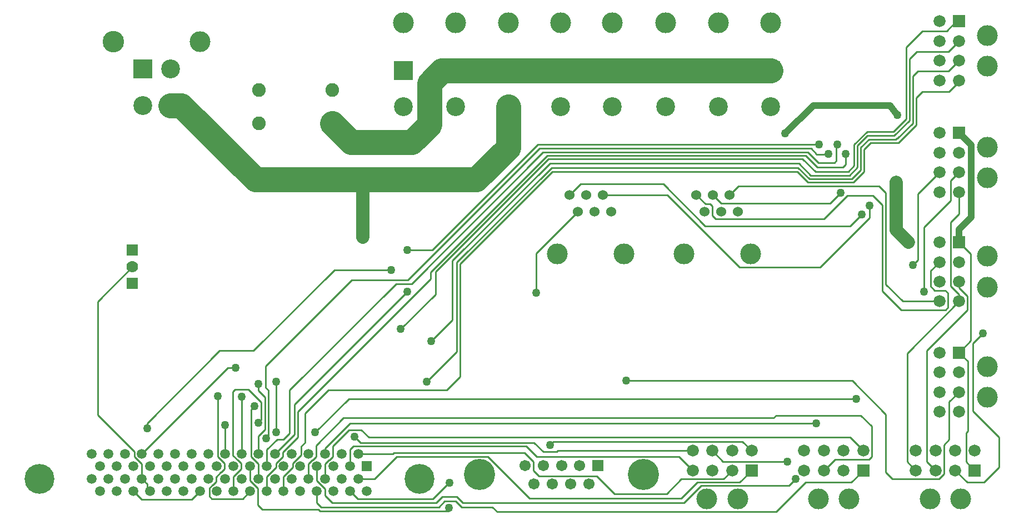
<source format=gbl>
%FSLAX23Y23*%
%MOIN*%
G70*
G01*
G75*
G04 Layer_Physical_Order=2*
%ADD10R,0.060X0.650*%
%ADD11R,1.000X0.320*%
%ADD12R,0.070X0.070*%
%ADD13R,0.063X0.071*%
%ADD14R,0.030X0.045*%
%ADD15R,0.090X0.170*%
%ADD16C,0.040*%
%ADD17C,0.010*%
%ADD18C,0.080*%
%ADD19C,0.150*%
%ADD20C,0.060*%
%ADD21C,0.050*%
%ADD22C,0.072*%
%ADD23C,0.070*%
%ADD24C,0.059*%
%ADD25C,0.059*%
%ADD26C,0.179*%
%ADD27R,0.059X0.059*%
%ADD28C,0.067*%
%ADD29C,0.067*%
%ADD30R,0.067X0.067*%
%ADD31C,0.187*%
%ADD32C,0.187*%
%ADD33C,0.060*%
%ADD34R,0.072X0.072*%
%ADD35R,0.113X0.113*%
%ADD36C,0.082*%
%ADD37C,0.113*%
%ADD38C,0.125*%
%ADD39C,0.129*%
%ADD40C,0.050*%
D12*
X-920Y2800D02*
D03*
Y3000D02*
D03*
D16*
X2995Y3700D02*
X3165Y3867D01*
X4040Y3703D02*
X4112Y3631D01*
X4040Y3047D02*
Y3125D01*
X3165Y3867D02*
X3626D01*
X3667Y3814D01*
X4040Y3125D02*
X4112Y3197D01*
Y3631D01*
D17*
X4123Y2440D02*
X4184Y2501D01*
X3667Y3814D02*
X3669Y3812D01*
X4016Y1679D02*
X4089Y1606D01*
X4123Y2035D02*
Y2440D01*
Y2035D02*
X4280Y1878D01*
Y1698D02*
Y1878D01*
X4188Y1606D02*
X4280Y1698D01*
X4089Y1606D02*
X4188D01*
X691Y2526D02*
X899Y2734D01*
X293Y2882D02*
X632D01*
X-832Y1930D02*
Y1960D01*
X-396Y2396D01*
X-193D01*
X293Y2882D01*
X899Y2871D02*
X1576Y3548D01*
X899Y2734D02*
Y2871D01*
X-213Y1616D02*
Y1704D01*
X979Y1434D02*
Y1454D01*
X205Y1434D02*
X979D01*
X-168Y1471D02*
X-141Y1444D01*
X195D01*
X3393Y1606D02*
X3465Y1679D01*
X1020Y1495D02*
X1056Y1459D01*
X918D02*
X954Y1495D01*
X187Y1484D02*
Y1554D01*
X1056Y1459D02*
X1240D01*
X212D02*
X918D01*
X954Y1495D02*
X1020D01*
X3020Y1587D02*
X3060Y1627D01*
X1026Y1522D02*
X1064Y1484D01*
X187Y1616D02*
Y1704D01*
X902Y1484D02*
X940Y1522D01*
X1064Y1484D02*
X2390D01*
X280D02*
X902D01*
X940Y1522D02*
X1026D01*
X979Y1604D02*
X982D01*
X883Y1508D02*
X979Y1604D01*
X432Y1508D02*
X883D01*
X387Y1554D02*
X432Y1508D01*
X195Y1444D02*
X205Y1434D01*
X1240Y1459D02*
X1268Y1431D01*
X187Y1484D02*
X212Y1459D01*
X1268Y1431D02*
X2943D01*
X2741Y1852D02*
X2796Y1797D01*
X1585Y1830D02*
X1607Y1852D01*
X873Y2455D02*
X999Y2581D01*
X-347Y2294D02*
X-302D01*
X-863Y1779D02*
X-347Y2294D01*
X999Y2581D02*
Y2936D01*
X1585Y3522D01*
X845Y2211D02*
X1026Y2392D01*
Y2922D01*
X1027Y2923D01*
X-57Y1908D02*
Y2211D01*
X4040Y3047D02*
X4111Y2976D01*
X4040Y2385D02*
X4111Y2456D01*
X4040Y2385D02*
X4092Y2333D01*
X4083Y1730D02*
X4134Y1679D01*
X1504Y2982D02*
X1754Y3232D01*
X1504Y2743D02*
Y2982D01*
X-830Y1554D02*
Y1596D01*
Y1554D02*
X-813D01*
X-863Y1629D02*
X-830Y1596D01*
X-1128Y2692D02*
X-920Y2900D01*
X-863Y1629D02*
Y1717D01*
X3267Y3282D02*
X3329Y3344D01*
X2564Y3332D02*
X2614Y3282D01*
X-563Y1504D02*
X-513Y1554D01*
X-913D02*
X-863Y1504D01*
X2626Y1627D02*
X2678Y1679D01*
X437Y1779D02*
X644D01*
X2358Y1762D02*
X2442Y1679D01*
X387Y1704D02*
Y1803D01*
Y1961D02*
X3183D01*
X237Y1779D02*
Y1811D01*
X4038Y4136D02*
X4040D01*
X3199Y3634D02*
X3200Y3635D01*
X729Y3000D02*
X878D01*
X53Y2075D02*
X729Y2751D01*
X-63Y1779D02*
X53Y1895D01*
X3304Y3628D02*
X3310Y3634D01*
X-113Y1704D02*
Y1803D01*
X3981Y2090D02*
X4040Y2149D01*
X2044Y2217D02*
X3398D01*
X-163Y2156D02*
Y2196D01*
X-163Y1779D02*
Y1884D01*
X-263Y1779D02*
Y2121D01*
X2624Y1732D02*
X3009D01*
X2560Y1797D02*
X2624Y1732D01*
X-363Y1779D02*
Y1950D01*
X4023Y4373D02*
X4040D01*
X4038Y4254D02*
X4040D01*
X2724Y1607D02*
X2796Y1679D01*
X437Y1629D02*
X533D01*
X3385Y1877D02*
X3465Y1797D01*
X237Y1629D02*
Y1717D01*
X3229Y1679D02*
X3295Y1745D01*
X137Y1629D02*
Y1717D01*
X4040Y4011D02*
Y4018D01*
X-13Y1554D02*
Y1642D01*
X3252Y3574D02*
X3255Y3577D01*
X-118Y1870D02*
X-103Y1885D01*
X3359Y3514D02*
Y3577D01*
X-113Y1554D02*
Y1642D01*
X-163Y1629D02*
Y1717D01*
X-208Y2045D02*
X-188Y2065D01*
X-258Y1508D02*
X-213Y1554D01*
X-408Y1761D02*
Y2125D01*
X378Y2107D02*
X3423D01*
X177Y1906D02*
X378Y2107D01*
X-163Y1965D02*
X-148Y1980D01*
X1632Y1797D02*
X2442D01*
X413Y1882D02*
X450Y1845D01*
X-313Y1554D02*
Y1642D01*
X4040Y3218D02*
Y3349D01*
X4040Y2693D02*
Y2733D01*
X3729Y2382D02*
X4040Y2693D01*
X3729Y1730D02*
X3780Y1679D01*
X3989Y3416D02*
X4040Y3467D01*
X4040Y2774D02*
Y2811D01*
X3830Y2752D02*
Y3137D01*
X3847Y1730D02*
X3898Y1679D01*
X3870Y2877D02*
X3922Y2929D01*
X2464Y3332D02*
X2519Y3277D01*
X3702Y2693D02*
X3922D01*
X2664Y3332D02*
X2717Y3385D01*
X1704Y3332D02*
X1768Y3396D01*
X3387Y3145D02*
X3457Y3215D01*
X3792Y3337D02*
X3922Y3467D01*
X3764Y2912D02*
X3792Y2940D01*
X3503Y3195D02*
Y3269D01*
X1904Y3332D02*
X2291D01*
X4111Y2456D02*
Y2976D01*
X387Y1803D02*
X407Y1823D01*
X1444D01*
X1505Y1762D01*
X2358D01*
X237Y1811D02*
X387Y1961D01*
X53Y1895D02*
Y2075D01*
X755Y2799D02*
X1544Y3588D01*
X662Y2799D02*
X755D01*
X24Y2161D02*
X662Y2799D01*
X24Y1901D02*
Y2161D01*
X-13Y1864D02*
X24Y1901D01*
X-52Y1864D02*
X-13D01*
X-113Y1803D02*
X-52Y1864D01*
X-163Y1884D02*
X-123Y1923D01*
Y2116D01*
X-163Y2156D02*
X-123Y2116D01*
X3398Y2217D02*
X3600Y2015D01*
Y1667D02*
Y2015D01*
Y1667D02*
X3640Y1627D01*
X3920D01*
X3950Y1657D01*
Y1832D01*
X3981Y1863D01*
Y2090D01*
X1607Y1852D02*
X2741D01*
X137Y1717D02*
X161Y1741D01*
X162D01*
X183Y1762D01*
Y1829D01*
X347Y1993D01*
X2927D01*
X2943Y2009D01*
X3451D01*
X3517Y1943D01*
Y1762D02*
Y1943D01*
X3500Y1745D02*
X3517Y1762D01*
X3295Y1745D02*
X3500D01*
X-113Y1642D02*
X-88Y1666D01*
X-87D01*
X-58Y1696D01*
Y1722D01*
X-38Y1741D01*
X-37D01*
X-18Y1761D01*
Y1787D01*
X73Y1878D01*
Y2032D01*
X868Y2827D01*
Y2868D01*
X1568Y3568D01*
X1625Y1790D02*
X1632Y1797D01*
X1545Y1790D02*
X1625D01*
X1490Y1845D02*
X1545Y1790D01*
X450Y1845D02*
X1490D01*
X-148Y1980D02*
Y2088D01*
X-225Y2165D02*
X-148Y2088D01*
X-303Y2165D02*
X-225D01*
X-316Y2152D02*
X-303Y2165D01*
X-316Y1769D02*
Y2152D01*
Y1769D02*
X-288Y1741D01*
X-288D01*
X-268Y1722D01*
Y1686D02*
Y1722D01*
X-287Y1666D02*
X-268Y1686D01*
X-288Y1666D02*
X-287D01*
X-313Y1642D02*
X-288Y1666D01*
X3989Y3296D02*
Y3416D01*
X3830Y3137D02*
X3989Y3296D01*
X2519Y3277D02*
X2545D01*
X2559Y3263D01*
Y3207D02*
Y3263D01*
Y3207D02*
X2580Y3186D01*
X3228D01*
X3369Y3327D01*
X3523D01*
X3580Y3270D01*
Y2754D02*
Y3270D01*
Y2754D02*
X3693Y2641D01*
X3958D01*
X3973Y2656D01*
Y2743D01*
X3957Y2759D02*
X3973Y2743D01*
X3894Y2759D02*
X3957D01*
X3870Y2783D02*
X3894Y2759D01*
X3870Y2783D02*
Y2877D01*
X4040Y2774D02*
X4091Y2723D01*
Y2640D02*
Y2723D01*
X3847Y2396D02*
X4091Y2640D01*
X3847Y1730D02*
Y2396D01*
X3729Y1730D02*
Y2382D01*
X644Y1779D02*
X650Y1784D01*
X1433D01*
X1486Y1731D01*
Y1679D02*
Y1731D01*
Y1679D02*
X1520Y1645D01*
X1867D01*
X1973Y1539D01*
X2286D01*
X2374Y1627D01*
X2626D01*
X-408Y1761D02*
X-388Y1741D01*
X-387D01*
X-368Y1722D01*
Y1686D02*
Y1722D01*
X-388Y1666D02*
X-368Y1686D01*
X-389Y1666D02*
X-388D01*
X-418Y1637D02*
X-389Y1666D01*
X-418Y1611D02*
Y1637D01*
X-438Y1591D02*
X-418Y1611D01*
X-439Y1591D02*
X-438D01*
X-458Y1572D02*
X-439Y1591D01*
X-458Y1523D02*
Y1572D01*
Y1523D02*
X-443Y1508D01*
X-258D01*
X733Y2820D02*
X1523Y3610D01*
X395Y2820D02*
X733D01*
X-121Y2304D02*
X395Y2820D01*
X-121Y2176D02*
Y2304D01*
Y2176D02*
X-103Y2158D01*
Y1885D02*
Y2158D01*
X533Y1629D02*
X667Y1762D01*
X1213D01*
X1463Y1512D01*
X2374D01*
X2469Y1607D01*
X2724D01*
X187Y1616D02*
X212Y1591D01*
X213D01*
X237Y1567D01*
Y1527D02*
Y1567D01*
Y1527D02*
X280Y1484D01*
X2390D02*
X2493Y1587D01*
X3020D01*
X-187Y1741D02*
X-163Y1717D01*
X-188Y1741D02*
X-187D01*
X-208Y1761D02*
X-188Y1741D01*
X-208Y1761D02*
Y2045D01*
X498Y1877D02*
X3385D01*
X453Y1922D02*
X498Y1877D01*
X381Y1922D02*
X453D01*
X282Y1823D02*
X381Y1922D01*
X282Y1761D02*
Y1823D01*
X262Y1741D02*
X282Y1761D01*
X261Y1741D02*
X262D01*
X237Y1717D02*
X261Y1741D01*
X1046Y2241D02*
Y2916D01*
X967Y2162D02*
X1046Y2241D01*
X257Y2162D02*
X967D01*
X117Y2022D02*
X257Y2162D01*
X117Y1846D02*
Y2022D01*
X92Y1821D02*
X117Y1846D01*
X92Y1771D02*
Y1821D01*
X63Y1741D02*
X92Y1771D01*
X62Y1741D02*
X63D01*
X42Y1722D02*
X62Y1741D01*
X42Y1696D02*
Y1722D01*
X13Y1666D02*
X42Y1696D01*
X12Y1666D02*
X13D01*
X-13Y1642D02*
X12Y1666D01*
X2517Y3145D02*
X3387D01*
X2266Y3396D02*
X2517Y3145D01*
X1768Y3396D02*
X2266D01*
X2291Y3332D02*
X2724Y2899D01*
X3207D01*
X3503Y3195D01*
X3792Y2940D02*
Y3337D01*
X2717Y3385D02*
X3560D01*
X3600Y3345D01*
Y2795D02*
Y3345D01*
Y2795D02*
X3702Y2693D01*
X3989Y3167D02*
X4040Y3218D01*
X3989Y2784D02*
Y3167D01*
Y2784D02*
X4040Y2733D01*
X2614Y3282D02*
X3267D01*
X3184Y3574D02*
Y3579D01*
X3118Y1606D02*
X3393D01*
X2943Y1431D02*
X3118Y1606D01*
X-168Y1471D02*
Y1572D01*
X-188Y1591D02*
X-168Y1572D01*
X-213Y1616D02*
X-188Y1591D01*
X756Y3648D02*
X862Y3754D01*
X4092Y1913D02*
Y2333D01*
X4083Y1904D02*
X4092Y1913D01*
X4083Y1730D02*
Y1904D01*
X-1128Y2010D02*
Y2692D01*
Y2010D02*
X-908Y1790D01*
Y1761D02*
Y1790D01*
Y1761D02*
X-888Y1741D01*
X-887D01*
X-863Y1717D01*
X1601Y3471D02*
X3068D01*
X1046Y2916D02*
X1601Y3471D01*
X1596Y3495D02*
X3074D01*
X1027Y2926D02*
X1596Y3495D01*
X1027Y2923D02*
Y2926D01*
X3068Y3471D02*
X3133Y3406D01*
X3407D01*
X3471Y3470D01*
Y3604D01*
X3510Y3643D01*
X3675D01*
X3782Y3750D01*
Y3914D01*
X3818Y3950D01*
X3979D01*
X4040Y4011D01*
X3074Y3495D02*
X3142Y3427D01*
X3397D01*
X3451Y3481D01*
X3384Y3449D02*
X3431Y3496D01*
X3151Y3449D02*
X3384D01*
X3078Y3522D02*
X3151Y3449D01*
X3101Y3548D02*
X3179Y3470D01*
X3375D01*
X3411Y3506D01*
X3119Y3568D02*
X3188Y3499D01*
X3344D02*
X3359Y3514D01*
X3188Y3499D02*
X3344D01*
X3451Y3481D02*
Y3617D01*
X3498Y3664D01*
X3659D01*
X3665Y3670D01*
X3670D01*
X3762Y3762D01*
Y4043D01*
X3793Y4074D01*
X3976D01*
X4038Y4136D01*
X1585Y3522D02*
X3078D01*
X3431Y3496D02*
Y3626D01*
X3491Y3686D01*
X3651D01*
X3742Y3777D01*
Y4148D01*
X3786Y4192D01*
X3976D01*
X4038Y4254D01*
X3411Y3506D02*
Y3634D01*
X1576Y3548D02*
X3101D01*
X1568Y3568D02*
X3119D01*
X3134Y3588D02*
X3197Y3525D01*
X3293D01*
X1544Y3588D02*
X3134D01*
X3153Y3610D02*
X3184Y3579D01*
Y3574D02*
X3252D01*
X1523Y3610D02*
X3153D01*
X3411Y3634D02*
X3488Y3711D01*
X3645D01*
X3722Y3788D01*
Y4216D01*
X3821Y4315D01*
X3965D01*
X4023Y4373D01*
X3293Y3525D02*
X3304Y3536D01*
Y3628D01*
X878Y3000D02*
X1512Y3634D01*
X3199D01*
X-863Y1504D02*
X-563D01*
D18*
X464Y3078D02*
Y3423D01*
X3663Y3121D02*
X3737Y3047D01*
X3663Y3121D02*
Y3408D01*
D19*
X-180Y3423D02*
X1144D01*
X1335Y3614D02*
Y3861D01*
X-692Y3869D02*
X-626D01*
X2595Y4078D02*
X2910D01*
X2280D02*
X2595D01*
X1960D02*
X2280D01*
X1650D02*
X1960D01*
X1335D02*
X1650D01*
X1020D02*
X1335D01*
X936D02*
X1020D01*
X280Y3760D02*
X392Y3648D01*
X862Y3754D02*
Y4002D01*
X-626Y3869D02*
X-180Y3423D01*
X1144D02*
X1335Y3614D01*
X756Y3648D02*
X861Y3747D01*
X392Y3648D02*
X756D01*
X862Y4002D02*
X936Y4078D01*
D22*
X4016Y1679D02*
D03*
X3922Y3349D02*
D03*
Y3467D02*
D03*
Y3585D02*
D03*
X3922Y2693D02*
D03*
Y2811D02*
D03*
Y2929D02*
D03*
X3898Y1679D02*
D03*
X4040Y3467D02*
D03*
X4040Y2811D02*
D03*
X3780Y1679D02*
D03*
X4040Y3349D02*
D03*
X4040Y2693D02*
D03*
X3111Y1797D02*
D03*
X2442D02*
D03*
X3922Y2031D02*
D03*
Y2267D02*
D03*
X4040Y2031D02*
D03*
X3922Y4018D02*
D03*
Y4254D02*
D03*
X4040Y4018D02*
D03*
X3229Y1679D02*
D03*
X3465Y1797D02*
D03*
X2560Y1679D02*
D03*
X2796Y1797D02*
D03*
X4040Y4254D02*
D03*
X3229Y1797D02*
D03*
X2560D02*
D03*
X3922Y2149D02*
D03*
Y2385D02*
D03*
X4040Y2149D02*
D03*
X3922Y4136D02*
D03*
Y4373D02*
D03*
X4040Y4136D02*
D03*
X3111Y1679D02*
D03*
X3347D02*
D03*
Y1797D02*
D03*
X2442Y1679D02*
D03*
X2678D02*
D03*
Y1797D02*
D03*
X4040Y2267D02*
D03*
X4134Y1797D02*
D03*
X3922Y3703D02*
D03*
X3922Y3047D02*
D03*
X4016Y1797D02*
D03*
X3898D02*
D03*
X3780D02*
D03*
X4040Y2929D02*
D03*
X4040Y3585D02*
D03*
D23*
X-920Y2900D02*
D03*
D24*
X337Y1779D02*
D03*
X287Y1704D02*
D03*
X-413D02*
D03*
X-463Y1779D02*
D03*
X-513Y1704D02*
D03*
X-613D02*
D03*
X-663Y1779D02*
D03*
X-713Y1704D02*
D03*
X-763Y1779D02*
D03*
X-913Y1704D02*
D03*
X-963Y1779D02*
D03*
X-1013Y1704D02*
D03*
X-1063Y1779D02*
D03*
X-563D02*
D03*
X-1163Y1629D02*
D03*
X-1113Y1554D02*
D03*
Y1704D02*
D03*
X37Y1629D02*
D03*
X87Y1554D02*
D03*
X37Y1779D02*
D03*
X87Y1704D02*
D03*
X287Y1554D02*
D03*
X337Y1629D02*
D03*
X-613Y1554D02*
D03*
X-663Y1629D02*
D03*
X-713Y1554D02*
D03*
X-763Y1629D02*
D03*
X-413Y1554D02*
D03*
X-463Y1629D02*
D03*
X-513Y1554D02*
D03*
X-563Y1629D02*
D03*
X-913Y1554D02*
D03*
X-963Y1629D02*
D03*
X-1013Y1554D02*
D03*
X-1063Y1629D02*
D03*
X437Y1779D02*
D03*
X387Y1704D02*
D03*
X237Y1779D02*
D03*
X187Y1704D02*
D03*
X137Y1779D02*
D03*
X-13Y1704D02*
D03*
X-63Y1779D02*
D03*
X-113Y1704D02*
D03*
X-163Y1779D02*
D03*
X-213Y1704D02*
D03*
X-263Y1779D02*
D03*
X-313Y1704D02*
D03*
X-363Y1779D02*
D03*
X-813Y1704D02*
D03*
X-863Y1779D02*
D03*
X487Y1554D02*
D03*
X437Y1629D02*
D03*
X387Y1554D02*
D03*
X237Y1629D02*
D03*
X187Y1554D02*
D03*
X137Y1629D02*
D03*
X-13Y1554D02*
D03*
X-63Y1629D02*
D03*
X-113Y1554D02*
D03*
X-213D02*
D03*
X-263Y1629D02*
D03*
X-313Y1554D02*
D03*
X-363Y1629D02*
D03*
X-813Y1554D02*
D03*
X-863Y1629D02*
D03*
D25*
X-1163Y1779D02*
D03*
X-163Y1629D02*
D03*
D26*
X802D02*
D03*
X-1478D02*
D03*
D27*
X487Y1704D02*
D03*
D28*
X1437Y1709D02*
D03*
X1491Y1597D02*
D03*
X1546Y1709D02*
D03*
X1600Y1597D02*
D03*
X1710D02*
D03*
X1764Y1709D02*
D03*
X1819Y1597D02*
D03*
D29*
X1655Y1709D02*
D03*
D30*
X1873D02*
D03*
D31*
X2147Y1653D02*
D03*
D32*
X1163D02*
D03*
D33*
X1904Y3332D02*
D03*
X1854Y3232D02*
D03*
X1704Y3332D02*
D03*
X2664D02*
D03*
X2614Y3232D02*
D03*
X2464Y3332D02*
D03*
X2564D02*
D03*
X1804D02*
D03*
X2514Y3232D02*
D03*
X1754D02*
D03*
X2714D02*
D03*
X1954D02*
D03*
D34*
X3465Y1679D02*
D03*
X2796D02*
D03*
X4040Y4373D02*
D03*
Y3047D02*
D03*
X4040Y3703D02*
D03*
X4134Y1679D02*
D03*
X4040Y2385D02*
D03*
D35*
X705Y4078D02*
D03*
X1335D02*
D03*
X1020D02*
D03*
X2280D02*
D03*
X1960D02*
D03*
X1650D02*
D03*
X-858Y4086D02*
D03*
X2910Y4078D02*
D03*
X2595D02*
D03*
D36*
X280Y3760D02*
D03*
Y3960D02*
D03*
X-160D02*
D03*
Y3760D02*
D03*
D37*
X705Y3861D02*
D03*
X1335D02*
D03*
X1020D02*
D03*
X2280D02*
D03*
X1960D02*
D03*
X1650D02*
D03*
X-692Y3869D02*
D03*
X-858D02*
D03*
X-692Y4086D02*
D03*
X2910Y3861D02*
D03*
X2595D02*
D03*
D38*
X705Y4365D02*
D03*
X1335D02*
D03*
X2280D02*
D03*
X1960D02*
D03*
X1650D02*
D03*
X2789Y2977D02*
D03*
X2029D02*
D03*
X1629D02*
D03*
X4210Y4103D02*
D03*
X2712Y1509D02*
D03*
X2527D02*
D03*
X4210Y2963D02*
D03*
Y2778D02*
D03*
X4210Y3619D02*
D03*
Y3434D02*
D03*
X3381Y1509D02*
D03*
X3196D02*
D03*
X4210Y2116D02*
D03*
X4050Y1509D02*
D03*
X3865D02*
D03*
X1020Y4365D02*
D03*
X2389Y2977D02*
D03*
X4210Y4288D02*
D03*
Y2301D02*
D03*
X-515Y4251D02*
D03*
X2910Y4365D02*
D03*
X2595D02*
D03*
D39*
X-1035Y4251D02*
D03*
D40*
X4184Y2501D02*
D03*
X464Y3078D02*
D03*
X-832Y1930D02*
D03*
X632Y2882D02*
D03*
X691Y2526D02*
D03*
X979Y1454D02*
D03*
X982Y1604D02*
D03*
X873Y2455D02*
D03*
X3183Y1961D02*
D03*
X845Y2211D02*
D03*
X-57D02*
D03*
Y1908D02*
D03*
X729Y2751D02*
D03*
Y3000D02*
D03*
X-163Y2196D02*
D03*
X2044Y2217D02*
D03*
X-363Y1950D02*
D03*
X-302Y2294D02*
D03*
X1585Y1830D02*
D03*
X413Y1882D02*
D03*
X-163Y1965D02*
D03*
X3830Y2752D02*
D03*
X3009Y1732D02*
D03*
X177Y1906D02*
D03*
X3423Y2107D02*
D03*
X-263Y2121D02*
D03*
X-408Y2125D02*
D03*
X-118Y1870D02*
D03*
X3060Y1627D02*
D03*
X-188Y2065D02*
D03*
X3457Y3215D02*
D03*
X3503Y3269D02*
D03*
X3764Y2912D02*
D03*
X3329Y3344D02*
D03*
X1504Y2743D02*
D03*
X3359Y3577D02*
D03*
X3310Y3634D02*
D03*
X3255Y3577D02*
D03*
X3200Y3635D02*
D03*
X3663Y3408D02*
D03*
X3737Y3047D02*
D03*
X3669Y3812D02*
D03*
X2995Y3700D02*
D03*
M02*

</source>
